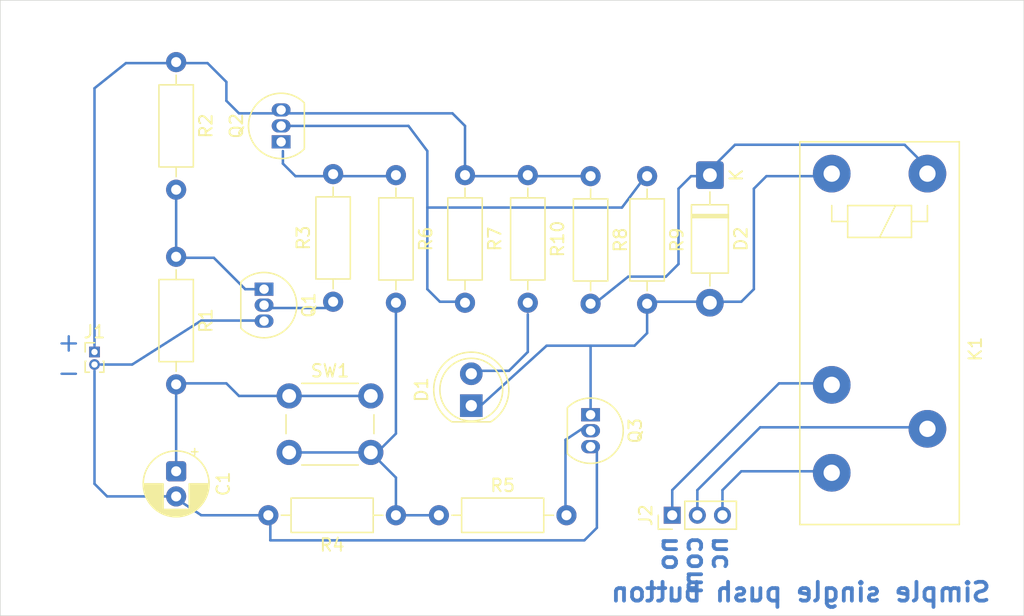
<source format=kicad_pcb>
(kicad_pcb (version 20241229) (generator "pcbnew") (generator_version "9.0")
  (layers (0 "F.Cu" signal) (2 "B.Cu" signal) (13 "F.Paste" user) (15 "B.Paste" user) (5 "F.SilkS" user "F.Silkscreen") (7 "B.SilkS" user "B.Silkscreen") (1 "F.Mask" user) (3 "B.Mask" user) (25 "Edge.Cuts" user))
  (net 0 "")
  (net 1 "GND")
  (net 2 "Net-(C1-Pad1)")
  (net 3 "Net-(D1-K)")
  (net 4 "Net-(D1-A)")
  (net 5 "Net-(D2-K)")
  (net 6 "+9V")
  (net 7 "Net-(J2-Pin_2)")
  (net 8 "Net-(J2-Pin_1)")
  (net 9 "Net-(J2-Pin_3)")
  (net 10 "Net-(Q1-C)")
  (net 11 "Net-(Q1-B)")
  (net 12 "Net-(Q2-B)")
  (net 13 "Net-(Q2-C)")
  (net 14 "Net-(Q3-B)")
  (net 15 "Net-(R4-Pad1)")
  (footprint "Resistor_THT:R_Axial_DIN0207_L6.3mm_D2.5mm_P10.16mm_Horizontal" (layer "F.Cu") (at 44 74.5 90)
    (property "Reference" "R3" (at 5.08 -2.37 90) (layer "F.SilkS"))
    (property "Value" "R")
    (fp_line (start 9.12 0) (end 8.35 0) (stroke (width 0.12)) (layer "F.SilkS"))
    (fp_line (start 1.04 0) (end 1.81 0) (stroke (width 0.12)) (layer "F.SilkS"))
    (fp_rect (start 1.81 -1.37) (end 8.35 1.37) (stroke (width 0.12)) (fill no) (layer "F.SilkS"))
    (pad "1" thru_hole circle (at 0 0 90) (size 1.6 1.6) (drill 0.8) (layers "*.Cu" "*.Mask") (net 11 "Net-(Q1-B)"))
    (pad "2" thru_hole circle (at 10.16 0 90) (size 1.6 1.6) (drill 0.8) (layers "*.Cu" "*.Mask") (net 13 "Net-(Q2-C)"))
  )
  (footprint "Resistor_THT:R_Axial_DIN0207_L6.3mm_D2.5mm_P10.16mm_Horizontal" (layer "F.Cu") (at 49 64.42 -90)
    (property "Reference" "R6" (at 5.08 -2.37 90) (layer "F.SilkS"))
    (property "Value" "R")
    (fp_line (start 1.04 0) (end 1.81 0) (stroke (width 0.12)) (layer "F.SilkS"))
    (fp_line (start 9.12 0) (end 8.35 0) (stroke (width 0.12)) (layer "F.SilkS"))
    (fp_rect (start 1.81 -1.37) (end 8.35 1.37) (stroke (width 0.12)) (fill no) (layer "F.SilkS"))
    (pad "1" thru_hole circle (at 0 0 270) (size 1.6 1.6) (drill 0.8) (layers "*.Cu" "*.Mask") (net 13 "Net-(Q2-C)"))
    (pad "2" thru_hole circle (at 10.16 0 270) (size 1.6 1.6) (drill 0.8) (layers "*.Cu" "*.Mask") (net 15 "Net-(R4-Pad1)"))
  )
  (footprint "Connector_PinHeader_2.00mm:PinHeader_1x03_P2.00mm_Vertical" (layer "F.Cu") (at 71 91.5 90)
    (property "Reference" "J2" (at 0 -2.11 90) (layer "F.SilkS"))
    (property "Value" "Conn_01x03_Pin")
    (fp_line (start -1.11 -1.11) (end 0 -1.11) (stroke (width 0.12)) (layer "F.SilkS"))
    (fp_line (start -1.11 0) (end -1.11 -1.11) (stroke (width 0.12)) (layer "F.SilkS"))
    (fp_line (start 1.11 1) (end 1.11 5.11) (stroke (width 0.12)) (layer "F.SilkS"))
    (fp_line (start -1.11 1) (end 1.11 1) (stroke (width 0.12)) (layer "F.SilkS"))
    (fp_line (start -1.11 1) (end -1.11 5.11) (stroke (width 0.12)) (layer "F.SilkS"))
    (fp_line (start -1.11 5.11) (end 1.11 5.11) (stroke (width 0.12)) (layer "F.SilkS"))
    (pad "1" thru_hole rect (at 0 0 90) (size 1.35 1.35) (drill 0.8) (layers "*.Cu" "*.Mask" "Eco2.User") (net 8 "Net-(J2-Pin_1)"))
    (pad "2" thru_hole circle (at 0 2 90) (size 1.35 1.35) (drill 0.8) (layers "*.Cu" "*.Mask") (net 7 "Net-(J2-Pin_2)"))
    (pad "3" thru_hole circle (at 0 4 90) (size 1.35 1.35) (drill 0.8) (layers "*.Cu" "*.Mask") (net 9 "Net-(J2-Pin_3)"))
  )
  (footprint "Resistor_THT:R_Axial_DIN0207_L6.3mm_D2.5mm_P10.16mm_Horizontal" (layer "F.Cu") (at 54.5 64.42 -90)
    (property "Reference" "R7" (at 5.08 -2.37 90) (layer "F.SilkS"))
    (property "Value" "R")
    (fp_line (start 1.04 0) (end 1.81 0) (stroke (width 0.12)) (layer "F.SilkS"))
    (fp_line (start 9.12 0) (end 8.35 0) (stroke (width 0.12)) (layer "F.SilkS"))
    (fp_rect (start 1.81 -1.37) (end 8.35 1.37) (stroke (width 0.12)) (fill no) (layer "F.SilkS"))
    (pad "1" thru_hole circle (at 0 0 270) (size 1.6 1.6) (drill 0.8) (layers "*.Cu" "*.Mask") (net 6 "+9V"))
    (pad "2" thru_hole circle (at 10.16 0 270) (size 1.6 1.6) (drill 0.8) (layers "*.Cu" "*.Mask") (net 12 "Net-(Q2-B)"))
  )
  (footprint "Connector_PinHeader_1.00mm:PinHeader_1x02_P1.00mm_Vertical" (layer "F.Cu") (at 25 78.5)
    (property "Reference" "J1" (at 0 -1.61 0) (layer "F.SilkS"))
    (property "Value" "Conn_01x02_Pin")
    (fp_line (start -0.745 -0.735) (end 0 -0.735) (stroke (width 0.12)) (layer "F.SilkS"))
    (fp_line (start -0.745 0) (end -0.745 -0.735) (stroke (width 0.12)) (layer "F.SilkS"))
    (fp_line (start -0.745 0.735) (end -0.745 1.61) (stroke (width 0.12)) (layer "F.SilkS"))
    (fp_line (start -0.745 0.735) (end -0.685565 0.735) (stroke (width 0.12)) (layer "F.SilkS"))
    (fp_line (start -0.745 1.61) (end -0.41003 1.61) (stroke (width 0.12)) (layer "F.SilkS"))
    (fp_line (start 0.41003 1.61) (end 0.745 1.61) (stroke (width 0.12)) (layer "F.SilkS"))
    (fp_line (start 0.685565 0.735) (end 0.745 0.735) (stroke (width 0.12)) (layer "F.SilkS"))
    (fp_line (start 0.745 0.735) (end 0.745 1.61) (stroke (width 0.12)) (layer "F.SilkS"))
    (pad "1" thru_hole rect (at 0 0) (size 0.85 0.85) (drill 0.5) (layers "*.Cu" "*.Mask") (net 6 "+9V"))
    (pad "2" thru_hole circle (at 0 1) (size 0.85 0.85) (drill 0.5) (layers "*.Cu" "*.Mask") (net 1 "GND"))
  )
  (footprint "Resistor_THT:R_Axial_DIN0207_L6.3mm_D2.5mm_P10.16mm_Horizontal" (layer "F.Cu") (at 31.5 55.42 -90)
    (property "Reference" "R2" (at 5.08 -2.37 90) (layer "F.SilkS"))
    (property "Value" "R")
    (fp_line (start 1.04 0) (end 1.81 0) (stroke (width 0.12)) (layer "F.SilkS"))
    (fp_line (start 9.12 0) (end 8.35 0) (stroke (width 0.12)) (layer "F.SilkS"))
    (fp_rect (start 1.81 -1.37) (end 8.35 1.37) (stroke (width 0.12)) (fill no) (layer "F.SilkS"))
    (pad "1" thru_hole circle (at 0 0 270) (size 1.6 1.6) (drill 0.8) (layers "*.Cu" "*.Mask") (net 6 "+9V"))
    (pad "2" thru_hole circle (at 10.16 0 270) (size 1.6 1.6) (drill 0.8) (layers "*.Cu" "*.Mask") (net 10 "Net-(Q1-C)"))
  )
  (footprint "Resistor_THT:R_Axial_DIN0207_L6.3mm_D2.5mm_P10.16mm_Horizontal" (layer "F.Cu") (at 49 91.5 180)
    (property "Reference" "R4" (at 5.08 -2.37 0) (layer "F.SilkS"))
    (property "Value" "R")
    (fp_line (start 9.12 0) (end 8.35 0) (stroke (width 0.12)) (layer "F.SilkS"))
    (fp_line (start 1.04 0) (end 1.81 0) (stroke (width 0.12)) (layer "F.SilkS"))
    (fp_rect (start 1.81 -1.37) (end 8.35 1.37) (stroke (width 0.12)) (fill no) (layer "F.SilkS"))
    (pad "1" thru_hole circle (at 0 0 180) (size 1.6 1.6) (drill 0.8) (layers "*.Cu" "*.Mask") (net 15 "Net-(R4-Pad1)"))
    (pad "2" thru_hole circle (at 10.16 0 180) (size 1.6 1.6) (drill 0.8) (layers "*.Cu" "*.Mask") (net 1 "GND"))
  )
  (footprint "LED_THT:LED_D5.0mm_Clear" (layer "F.Cu") (at 55 82.775 90)
    (property "Reference" "D1" (at 1.27 -3.96 90) (layer "F.SilkS"))
    (property "Value" "LED")
    (fp_line (start -1.29 -1.545) (end -1.29 1.545) (stroke (width 0.12)) (layer "F.SilkS"))
    (fp_arc (start -1.29 -1.54483) (mid 2.071779 -2.880495) (end 4.26 0) (stroke (width 0.12)) (layer "F.SilkS"))
    (fp_arc (start 4.26 0) (mid 2.071779 2.880495) (end -1.29 1.54483) (stroke (width 0.12)) (layer "F.SilkS"))
    (fp_circle (center 1.27 0) (end 3.77 0) (stroke (width 0.12)) (fill no) (layer "F.SilkS"))
    (pad "1" thru_hole rect (at 0 0 90) (size 1.8 1.8) (drill 0.9) (layers "*.Cu" "*.Mask") (net 3 "Net-(D1-K)"))
    (pad "2" thru_hole circle (at 2.54 0 90) (size 1.8 1.8) (drill 0.9) (layers "*.Cu" "*.Mask") (net 4 "Net-(D1-A)"))
  )
  (footprint "Resistor_THT:R_Axial_DIN0207_L6.3mm_D2.5mm_P10.16mm_Horizontal" (layer "F.Cu") (at 52.42 91.5)
    (property "Reference" "R5" (at 5.08 -2.37 0) (layer "F.SilkS"))
    (property "Value" "R")
    (fp_line (start 1.04 0) (end 1.81 0) (stroke (width 0.12)) (layer "F.SilkS"))
    (fp_line (start 9.12 0) (end 8.35 0) (stroke (width 0.12)) (layer "F.SilkS"))
    (fp_rect (start 1.81 -1.37) (end 8.35 1.37) (stroke (width 0.12)) (fill no) (layer "F.SilkS"))
    (pad "1" thru_hole circle (at 0 0) (size 1.6 1.6) (drill 0.8) (layers "*.Cu" "*.Mask") (net 15 "Net-(R4-Pad1)"))
    (pad "2" thru_hole circle (at 10.16 0) (size 1.6 1.6) (drill 0.8) (layers "*.Cu" "*.Mask") (net 14 "Net-(Q3-B)"))
  )
  (footprint "Resistor_THT:R_Axial_DIN0207_L6.3mm_D2.5mm_P10.16mm_Horizontal" (layer "F.Cu") (at 69 64.5 -90)
    (property "Reference" "R9" (at 5.08 -2.37 90) (layer "F.SilkS"))
    (property "Value" "R")
    (fp_line (start 1.04 0) (end 1.81 0) (stroke (width 0.12)) (layer "F.SilkS"))
    (fp_line (start 9.12 0) (end 8.35 0) (stroke (width 0.12)) (layer "F.SilkS"))
    (fp_rect (start 1.81 -1.37) (end 8.35 1.37) (stroke (width 0.12)) (fill no) (layer "F.SilkS"))
    (pad "1" thru_hole circle (at 0 0 270) (size 1.6 1.6) (drill 0.8) (layers "*.Cu" "*.Mask") (net 12 "Net-(Q2-B)"))
    (pad "2" thru_hole circle (at 10.16 0 270) (size 1.6 1.6) (drill 0.8) (layers "*.Cu" "*.Mask") (net 3 "Net-(D1-K)"))
  )
  (footprint "Relay_THT:Relay_SPDT_Schrack-RP-II-1-FormC_RM3.5mm" (layer "F.Cu") (at 91.32 64.3 -90)
    (property "Reference" "K1" (at 13.97 -3.81 90) (layer "F.SilkS"))
    (property "Value" "Fujitsu_FTR-LYCA005x")
    (fp_line (start -2.54 10.16) (end -2.54 -2.54) (stroke (width 0.12)) (layer "F.SilkS"))
    (fp_line (start 27.94 10.16) (end -2.54 10.16) (stroke (width 0.12)) (layer "F.SilkS"))
    (fp_line (start 3.81 7.62) (end 2.54 7.62) (stroke (width 0.12)) (layer "F.SilkS"))
    (fp_line (start 2.54 6.35) (end 2.54 1.27) (stroke (width 0.12)) (layer "F.SilkS"))
    (fp_line (start 3.81 6.35) (end 3.81 7.62) (stroke (width 0.12)) (layer "F.SilkS"))
    (fp_line (start 5.08 6.35) (end 2.54 6.35) (stroke (width 0.12)) (layer "F.SilkS"))
    (fp_line (start 2.54 2.54) (end 5.08 3.81) (stroke (width 0.12)) (layer "F.SilkS"))
    (fp_line (start 2.54 1.27) (end 3.81 1.27) (stroke (width 0.12)) (layer "F.SilkS"))
    (fp_line (start 3.81 1.27) (end 5.08 1.27) (stroke (width 0.12)) (layer "F.SilkS"))
    (fp_line (start 5.08 1.27) (end 5.08 6.35) (stroke (width 0.12)) (layer "F.SilkS"))
    (fp_line (start 2.54 0) (end 3.81 0) (stroke (width 0.12)) (layer "F.SilkS"))
    (fp_line (start 3.81 0) (end 3.81 1.27) (stroke (width 0.12)) (layer "F.SilkS"))
    (fp_line (start -2.54 -2.54) (end 27.94 -2.54) (stroke (width 0.12)) (layer "F.SilkS"))
    (fp_line (start 27.94 -2.54) (end 27.94 10.16) (stroke (width 0.12)) (layer "F.SilkS"))
    (pad "11" thru_hole circle (at 20.32 0 270) (size 3 3) (drill 1.3) (layers "*.Cu" "*.Mask") (net 7 "Net-(J2-Pin_2)"))
    (pad "12" thru_hole circle (at 16.82 7.62 270) (size 3 3) (drill 1.3) (layers "*.Cu" "*.Mask") (net 8 "Net-(J2-Pin_1)"))
    (pad "14" thru_hole circle (at 23.82 7.62 270) (size 3 3) (drill 1.3) (layers "*.Cu" "*.Mask") (net 9 "Net-(J2-Pin_3)"))
    (pad "A1" thru_hole circle (at 0 0 270) (size 3 3) (drill 1.3) (layers "*.Cu" "*.Mask") (net 5 "Net-(D2-K)"))
    (pad "A2" thru_hole circle (at 0 7.62 270) (size 3 3) (drill 1.3) (layers "*.Cu" "*.Mask") (net 3 "Net-(D1-K)"))
  )
  (footprint "Package_TO_SOT_THT:TO-92_Inline" (layer "F.Cu") (at 64.5 83.5 -90)
    (property "Reference" "Q3" (at 1.27 -3.56 90) (layer "F.SilkS"))
    (property "Value" "BC547")
    (fp_line (start -0.53 1.85) (end 3.07 1.85) (stroke (width 0.12)) (layer "F.SilkS"))
    (fp_arc (start -0.568478 1.838478) (mid -1.132087 -0.994977) (end 1.27 -2.6) (stroke (width 0.12)) (layer "F.SilkS"))
    (fp_arc (start 1.27 -2.6) (mid 3.672087 -0.994977) (end 3.108478 1.838478) (stroke (width 0.12)) (layer "F.SilkS"))
    (pad "1" thru_hole rect (at 0 0 270) (size 1.05 1.5) (drill 0.75) (layers "*.Cu" "*.Mask") (net 3 "Net-(D1-K)"))
    (pad "2" thru_hole oval (at 1.27 0 270) (size 1.05 1.5) (drill 0.75) (layers "*.Cu" "*.Mask") (net 14 "Net-(Q3-B)"))
    (pad "3" thru_hole oval (at 2.54 0 270) (size 1.05 1.5) (drill 0.75) (layers "*.Cu" "*.Mask") (net 1 "GND"))
  )
  (footprint "Button_Switch_THT:SW_PUSH_6mm_H8mm" (layer "F.Cu") (at 40.5 82)
    (property "Reference" "SW1" (at 3.25 -2 0) (layer "F.SilkS"))
    (property "Value" "SW_Push")
    (fp_line (start -0.25 1.5) (end -0.25 3) (stroke (width 0.12)) (layer "F.SilkS"))
    (fp_line (start 1 5.5) (end 5.5 5.5) (stroke (width 0.12)) (layer "F.SilkS"))
    (fp_line (start 5.5 -1) (end 1 -1) (stroke (width 0.12)) (layer "F.SilkS"))
    (fp_line (start 6.75 3) (end 6.75 1.5) (stroke (width 0.12)) (layer "F.SilkS"))
    (pad "1" thru_hole circle (at 0 0 90) (size 2 2) (drill 1.1) (layers "*.Cu" "*.Mask") (net 2 "Net-(C1-Pad1)"))
    (pad "1" thru_hole circle (at 6.5 0 90) (size 2 2) (drill 1.1) (layers "*.Cu" "*.Mask") (net 2 "Net-(C1-Pad1)"))
    (pad "2" thru_hole circle (at 0 4.5 90) (size 2 2) (drill 1.1) (layers "*.Cu" "*.Mask") (net 15 "Net-(R4-Pad1)"))
    (pad "2" thru_hole circle (at 6.5 4.5 90) (size 2 2) (drill 1.1) (layers "*.Cu" "*.Mask") (net 15 "Net-(R4-Pad1)"))
  )
  (footprint "Capacitor_THT:CP_Radial_D5.0mm_P2.00mm" (layer "F.Cu") (at 31.5 88 -90)
    (property "Reference" "C1" (at 1 -3.75 90) (layer "F.SilkS"))
    (property "Value" "C_Polarized")
    (fp_line (start 1 1.04) (end 1 2.58) (stroke (width 0.12)) (layer "F.SilkS"))
    (fp_line (start 1.04 1.04) (end 1.04 2.58) (stroke (width 0.12)) (layer "F.SilkS"))
    (fp_line (start 1.08 1.04) (end 1.08 2.579) (stroke (width 0.12)) (layer "F.SilkS"))
    (fp_line (start 1.12 1.04) (end 1.12 2.577) (stroke (width 0.12)) (layer "F.SilkS"))
    (fp_line (start 1.16 1.04) (end 1.16 2.575) (stroke (width 0.12)) (layer "F.SilkS"))
    (fp_line (start 1.2 1.04) (end 1.2 2.572) (stroke (width 0.12)) (layer "F.SilkS"))
    (fp_line (start 1.24 1.04) (end 1.24 2.569) (stroke (width 0.12)) (layer "F.SilkS"))
    (fp_line (start 1.28 1.04) (end 1.28 2.565) (stroke (width 0.12)) (layer "F.SilkS"))
    (fp_line (start 1.32 1.04) (end 1.32 2.56) (stroke (width 0.12)) (layer "F.SilkS"))
    (fp_line (start 1.36 1.04) (end 1.36 2.555) (stroke (width 0.12)) (layer "F.SilkS"))
    (fp_line (start 1.4 1.04) (end 1.4 2.549) (stroke (width 0.12)) (layer "F.SilkS"))
    (fp_line (start 1.44 1.04) (end 1.44 2.543) (stroke (width 0.12)) (layer "F.SilkS"))
    (fp_line (start 1.48 1.04) (end 1.48 2.536) (stroke (width 0.12)) (layer "F.SilkS"))
    (fp_line (start 1.52 1.04) (end 1.52 2.528) (stroke (width 0.12)) (layer "F.SilkS"))
    (fp_line (start 1.56 1.04) (end 1.56 2.519) (stroke (width 0.12)) (layer "F.SilkS"))
    (fp_line (start 1.6 1.04) (end 1.6 2.51) (stroke (width 0.12)) (layer "F.SilkS"))
    (fp_line (start 1.64 1.04) (end 1.64 2.501) (stroke (width 0.12)) (layer "F.SilkS"))
    (fp_line (start 1.68 1.04) (end 1.68 2.49) (stroke (width 0.12)) (layer "F.SilkS"))
    (fp_line (start 1.72 1.04) (end 1.72 2.479) (stroke (width 0.12)) (layer "F.SilkS"))
    (fp_line (start 1.76 1.04) (end 1.76 2.467) (stroke (width 0.12)) (layer "F.SilkS"))
    (fp_line (start 1.8 1.04) (end 1.8 2.455) (stroke (width 0.12)) (layer "F.SilkS"))
    (fp_line (start 1.84 1.04) (end 1.84 2.442) (stroke (width 0.12)) (layer "F.SilkS"))
    (fp_line (start 1.88 1.04) (end 1.88 2.428) (stroke (width 0.12)) (layer "F.SilkS"))
    (fp_line (start 1.92 1.04) (end 1.92 2.413) (stroke (width 0.12)) (layer "F.SilkS"))
    (fp_line (start 1.96 1.04) (end 1.96 2.398) (stroke (width 0.12)) (layer "F.SilkS"))
    (fp_line (start 2 1.04) (end 2 2.382) (stroke (width 0.12)) (layer "F.SilkS"))
    (fp_line (start 2.04 1.04) (end 2.04 2.365) (stroke (width 0.12)) (layer "F.SilkS"))
    (fp_line (start 2.08 1.04) (end 2.08 2.347) (stroke (width 0.12)) (layer "F.SilkS"))
    (fp_line (start 2.12 1.04) (end 2.12 2.329) (stroke (width 0.12)) (layer "F.SilkS"))
    (fp_line (start 2.16 1.04) (end 2.16 2.309) (stroke (width 0.12)) (layer "F.SilkS"))
    (fp_line (start 2.2 1.04) (end 2.2 2.289) (stroke (width 0.12)) (layer "F.SilkS"))
    (fp_line (start 2.24 1.04) (end 2.24 2.268) (stroke (width 0.12)) (layer "F.SilkS"))
    (fp_line (start 2.28 1.04) (end 2.28 2.246) (stroke (width 0.12)) (layer "F.SilkS"))
    (fp_line (start 2.32 1.04) (end 2.32 2.223) (stroke (width 0.12)) (layer "F.SilkS"))
    (fp_line (start 2.36 1.04) (end 2.36 2.199) (stroke (width 0.12)) (layer "F.SilkS"))
    (fp_line (start 2.4 1.04) (end 2.4 2.175) (stroke (width 0.12)) (layer "F.SilkS"))
    (fp_line (start 2.44 1.04) (end 2.44 2.149) (stroke (width 0.12)) (layer "F.SilkS"))
    (fp_line (start 2.48 1.04) (end 2.48 2.122) (stroke (width 0.12)) (layer "F.SilkS"))
    (fp_line (start 2.52 1.04) (end 2.52 2.094) (stroke (width 0.12)) (layer "F.SilkS"))
    (fp_line (start 2.56 1.04) (end 2.56 2.065) (stroke (width 0.12)) (layer "F.SilkS"))
    (fp_line (start 2.6 1.04) (end 2.6 2.035) (stroke (width 0.12)) (layer "F.SilkS"))
    (fp_line (start 2.64 1.04) (end 2.64 2.003) (stroke (width 0.12)) (layer "F.SilkS"))
    (fp_line (start 2.68 1.04) (end 2.68 1.97) (stroke (width 0.12)) (layer "F.SilkS"))
    (fp_line (start 2.72 1.04) (end 2.72 1.936) (stroke (width 0.12)) (layer "F.SilkS"))
    (fp_line (start 2.76 1.04) (end 2.76 1.901) (stroke (width 0.12)) (layer "F.SilkS"))
    (fp_line (start 2.8 1.04) (end 2.8 1.864) (stroke (width 0.12)) (layer "F.SilkS"))
    (fp_line (start 2.84 1.04) (end 2.84 1.825) (stroke (width 0.12)) (layer "F.SilkS"))
    (fp_line (start 2.88 1.04) (end 2.88 1.785) (stroke (width 0.12)) (layer "F.SilkS"))
    (fp_line (start 2.92 1.04) (end 2.92 1.743) (stroke (width 0.12)) (layer "F.SilkS"))
    (fp_line (start 2.96 1.04) (end 2.96 1.699) (stroke (width 0.12)) (layer "F.SilkS"))
    (fp_line (start 3 1.04) (end 3 1.652) (stroke (width 0.12)) (layer "F.SilkS"))
    (fp_line (start 3.6 -0.283) (end 3.6 0.283) (stroke (width 0.12)) (layer "F.SilkS"))
    (fp_line (start 3.56 -0.517) (end 3.56 0.517) (stroke (width 0.12)) (layer "F.SilkS"))
    (fp_line (start 3.52 -0.677) (end 3.52 0.677) (stroke (width 0.12)) (layer "F.SilkS"))
    (fp_line (start 3.48 -0.805) (end 3.48 0.805) (stroke (width 0.12)) (layer "F.SilkS"))
    (fp_line (start 3.44 -0.914) (end 3.44 0.914) (stroke (width 0.12)) (layer "F.SilkS"))
    (fp_line (start 3.4 -1.011) (end 3.4 1.011) (stroke (width 0.12)) (layer "F.SilkS"))
    (fp_line (start 3.36 -1.098) (end 3.36 1.098) (stroke (width 0.12)) (layer "F.SilkS"))
    (fp_line (start 3.32 -1.177) (end 3.32 1.177) (stroke (width 0.12)) (layer "F.SilkS"))
    (fp_line (start 3.28 -1.251) (end 3.28 1.251) (stroke (width 0.12)) (layer "F.SilkS"))
    (fp_line (start 3.24 -1.319) (end 3.24 1.319) (stroke (width 0.12)) (layer "F.SilkS"))
    (fp_line (start 3.2 -1.383) (end 3.2 1.383) (stroke (width 0.12)) (layer "F.SilkS"))
    (fp_line (start 3.16 -1.443) (end 3.16 1.443) (stroke (width 0.12)) (layer "F.SilkS"))
    (fp_line (start -1.804775 -1.475) (end -1.304775 -1.475) (stroke (width 0.12)) (layer "F.SilkS"))
    (fp_line (start 3.12 -1.499) (end 3.12 1.499) (stroke (width 0.12)) (layer "F.SilkS"))
    (fp_line (start 3.08 -1.553) (end 3.08 1.553) (stroke (width 0.12)) (layer "F.SilkS"))
    (fp_line (start 3.04 -1.604) (end 3.04 1.604) (stroke (width 0.12)) (layer "F.SilkS"))
    (fp_line (start 3 -1.652) (end 3 -1.04) (stroke (width 0.12)) (layer "F.SilkS"))
    (fp_line (start 2.96 -1.699) (end 2.96 -1.04) (stroke (width 0.12)) (layer "F.SilkS"))
    (fp_line (start -1.554775 -1.725) (end -1.554775 -1.225) (stroke (width 0.12)) (layer "F.SilkS"))
    (fp_line (start 2.92 -1.743) (end 2.92 -1.04) (stroke (width 0.12)) (layer "F.SilkS"))
    (fp_line (start 2.88 -1.785) (end 2.88 -1.04) (stroke (width 0.12)) (layer "F.SilkS"))
    (fp_line (start 2.84 -1.825) (end 2.84 -1.04) (stroke (width 0.12)) (layer "F.SilkS"))
    (fp_line (start 2.8 -1.864) (end 2.8 -1.04) (stroke (width 0.12)) (layer "F.SilkS"))
    (fp_line (start 2.76 -1.901) (end 2.76 -1.04) (stroke (width 0.12)) (layer "F.SilkS"))
    (fp_line (start 2.72 -1.936) (end 2.72 -1.04) (stroke (width 0.12)) (layer "F.SilkS"))
    (fp_line (start 2.68 -1.97) (end 2.68 -1.04) (stroke (width 0.12)) (layer "F.SilkS"))
    (fp_line (start 2.64 -2.003) (end 2.64 -1.04) (stroke (width 0.12)) (layer "F.SilkS"))
    (fp_line (start 2.6 -2.035) (end 2.6 -1.04) (stroke (width 0.12)) (layer "F.SilkS"))
    (fp_line (start 2.56 -2.065) (end 2.56 -1.04) (stroke (width 0.12)) (layer "F.SilkS"))
    (fp_line (start 2.52 -2.094) (end 2.52 -1.04) (stroke (width 0.12)) (layer "F.SilkS"))
    (fp_line (start 2.48 -2.122) (end 2.48 -1.04) (stroke (width 0.12)) (layer "F.SilkS"))
    (fp_line (start 2.44 -2.149) (end 2.44 -1.04) (stroke (width 0.12)) (layer "F.SilkS"))
    (fp_line (start 2.4 -2.175) (end 2.4 -1.04) (stroke (width 0.12)) (layer "F.SilkS"))
    (fp_line (start 2.36 -2.199) (end 2.36 -1.04) (stroke (width 0.12)) (layer "F.SilkS"))
    (fp_line (start 2.32 -2.223) (end 2.32 -1.04) (stroke (width 0.12)) (layer "F.SilkS"))
    (fp_line (start 2.28 -2.246) (end 2.28 -1.04) (stroke (width 0.12)) (layer "F.SilkS"))
    (fp_line (start 2.24 -2.268) (end 2.24 -1.04) (stroke (width 0.12)) (layer "F.SilkS"))
    (fp_line (start 2.2 -2.289) (end 2.2 -1.04) (stroke (width 0.12)) (layer "F.SilkS"))
    (fp_line (start 2.16 -2.309) (end 2.16 -1.04) (stroke (width 0.12)) (layer "F.SilkS"))
    (fp_line (start 2.12 -2.329) (end 2.12 -1.04) (stroke (width 0.12)) (layer "F.SilkS"))
    (fp_line (start 2.08 -2.347) (end 2.08 -1.04) (stroke (width 0.12)) (layer "F.SilkS"))
    (fp_line (start 2.04 -2.365) (end 2.04 -1.04) (stroke (width 0.12)) (layer "F.SilkS"))
    (fp_line (start 2 -2.382) (end 2 -1.04) (stroke (width 0.12)) (layer "F.SilkS"))
    (fp_line (start 1.96 -2.398) (end 1.96 -1.04) (stroke (width 0.12)) (layer "F.SilkS"))
    (fp_line (start 1.92 -2.413) (end 1.92 -1.04) (stroke (width 0.12)) (layer "F.SilkS"))
    (fp_line (start 1.88 -2.428) (end 1.88 -1.04) (stroke (width 0.12)) (layer "F.SilkS"))
    (fp_line (start 1.84 -2.442) (end 1.84 -1.04) (stroke (width 0.12)) (layer "F.SilkS"))
    (fp_line (start 1.8 -2.455) (end 1.8 -1.04) (stroke (width 0.12)) (layer "F.SilkS"))
    (fp_line (start 1.76 -2.467) (end 1.76 -1.04) (stroke (width 0.12)) (layer "F.SilkS"))
    (fp_line (start 1.72 -2.479) (end 1.72 -1.04) (stroke (width 0.12)) (layer "F.SilkS"))
    (fp_line (start 1.68 -2.49) (end 1.68 -1.04) (stroke (width 0.12)) (layer "F.SilkS"))
    (fp_line (start 1.64 -2.501) (end 1.64 -1.04) (stroke (width 0.12)) (layer "F.SilkS"))
    (fp_line (start 1.6 -2.51) (end 1.6 -1.04) (stroke (width 0.12)) (layer "F.SilkS"))
    (fp_line (start 1.56 -2.519) (end 1.56 -1.04) (stroke (width 0.12)) (layer "F.SilkS"))
    (fp_line (start 1.52 -2.528) (end 1.52 -1.04) (stroke (width 0.12)) (layer "F.SilkS"))
    (fp_line (start 1.48 -2.536) (end 1.48 -1.04) (stroke (width 0.12)) (layer "F.SilkS"))
    (fp_line (start 1.44 -2.543) (end 1.44 -1.04) (stroke (width 0.12)) (layer "F.SilkS"))
    (fp_line (start 1.4 -2.549) (end 1.4 -1.04) (stroke (width 0.12)) (layer "F.SilkS"))
    (fp_line (start 1.36 -2.555) (end 1.36 -1.04) (stroke (width 0.12)) (layer "F.SilkS"))
    (fp_line (start 1.32 -2.56) (end 1.32 -1.04) (stroke (width 0.12)) (layer "F.SilkS"))
    (fp_line (start 1.28 -2.565) (end 1.28 -1.04) (stroke (width 0.12)) (layer "F.SilkS"))
    (fp_line (start 1.24 -2.569) (end 1.24 -1.04) (stroke (width 0.12)) (layer "F.SilkS"))
    (fp_line (start 1.2 -2.572) (end 1.2 -1.04) (stroke (width 0.12)) (layer "F.SilkS"))
    (fp_line (start 1.16 -2.575) (end 1.16 -1.04) (stroke (width 0.12)) (layer "F.SilkS"))
    (fp_line (start 1.12 -2.577) (end 1.12 -1.04) (stroke (width 0.12)) (layer "F.SilkS"))
    (fp_line (start 1.08 -2.579) (end 1.08 -1.04) (stroke (width 0.12)) (layer "F.SilkS"))
    (fp_line (start 1 -2.58) (end 1 -1.04) (stroke (width 0.12)) (layer "F.SilkS"))
    (fp_line (start 1.04 -2.58) (end 1.04 -1.04) (stroke (width 0.12)) (layer "F.SilkS"))
    (fp_circle (center 1 0) (end 3.62 0) (stroke (width 0.12)) (fill no) (layer "F.SilkS"))
    (pad "1" thru_hole roundrect (at 0 0 270) (size 1.6 1.6) (drill 0.8) (layers "*.Cu" "*.Mask") (roundrect_rratio 0.15625) (net 2 "Net-(C1-Pad1)"))
    (pad "2" thru_hole circle (at 2 0 270) (size 1.6 1.6) (drill 0.8) (layers "*.Cu" "*.Mask") (net 1 "GND"))
  )
  (footprint "Package_TO_SOT_THT:TO-92_Inline" (layer "F.Cu") (at 38.5 73.5 -90)
    (property "Reference" "Q1" (at 1.27 -3.56 90) (layer "F.SilkS"))
    (property "Value" "BC547")
    (fp_line (start -0.53 1.85) (end 3.07 1.85) (stroke (width 0.12)) (layer "F.SilkS"))
    (fp_arc (start -0.568478 1.838478) (mid -1.132087 -0.994977) (end 1.27 -2.6) (stroke (width 0.12)) (layer "F.SilkS"))
    (fp_arc (start 1.27 -2.6) (mid 3.672087 -0.994977) (end 3.108478 1.838478) (stroke (width 0.12)) (layer "F.SilkS"))
    (pad "1" thru_hole rect (at 0 0 270) (size 1.05 1.5) (drill 0.75) (layers "*.Cu" "*.Mask") (net 10 "Net-(Q1-C)"))
    (pad "2" thru_hole oval (at 1.27 0 270) (size 1.05 1.5) (drill 0.75) (layers "*.Cu" "*.Mask") (net 11 "Net-(Q1-B)"))
    (pad "3" thru_hole oval (at 2.54 0 270) (size 1.05 1.5) (drill 0.75) (layers "*.Cu" "*.Mask") (net 1 "GND"))
  )
  (footprint "Resistor_THT:R_Axial_DIN0207_L6.3mm_D2.5mm_P10.16mm_Horizontal" (layer "F.Cu") (at 59.5 64.42 -90)
    (property "Reference" "R10" (at 5.08 -2.37 90) (layer "F.SilkS"))
    (property "Value" "R")
    (fp_line (start 1.04 0) (end 1.81 0) (stroke (width 0.12)) (layer "F.SilkS"))
    (fp_line (start 9.12 0) (end 8.35 0) (stroke (width 0.12)) (layer "F.SilkS"))
    (fp_rect (start 1.81 -1.37) (end 8.35 1.37) (stroke (width 0.12)) (fill no) (layer "F.SilkS"))
    (pad "1" thru_hole circle (at 0 0 270) (size 1.6 1.6) (drill 0.8) (layers "*.Cu" "*.Mask") (net 6 "+9V"))
    (pad "2" thru_hole circle (at 10.16 0 270) (size 1.6 1.6) (drill 0.8) (layers "*.Cu" "*.Mask") (net 4 "Net-(D1-A)"))
  )
  (footprint "Diode_THT:D_DO-41_SOD81_P10.16mm_Horizontal" (layer "F.Cu") (at 74 64.42 -90)
    (property "Reference" "D2" (at 5.08 -2.47 90) (layer "F.SilkS"))
    (property "Value" "1N4007")
    (fp_line (start 1.34 0) (end 2.36 0) (stroke (width 0.12)) (layer "F.SilkS"))
    (fp_line (start 8.82 0) (end 7.8 0) (stroke (width 0.12)) (layer "F.SilkS"))
    (fp_line (start 3.14 -1.47) (end 3.14 1.47) (stroke (width 0.12)) (layer "F.SilkS"))
    (fp_line (start 3.26 -1.47) (end 3.26 1.47) (stroke (width 0.12)) (layer "F.SilkS"))
    (fp_line (start 3.38 -1.47) (end 3.38 1.47) (stroke (width 0.12)) (layer "F.SilkS"))
    (fp_rect (start 2.36 -1.47) (end 7.8 1.47) (stroke (width 0.12)) (fill no) (layer "F.SilkS"))
    (fp_text user "K" (at 0 -2.1 90) (layer "F.SilkS"))
    (pad "1" thru_hole roundrect (at 0 0 270) (size 2.2 2.2) (drill 1.1) (layers "*.Cu" "*.Mask") (roundrect_rratio 0.113636) (net 5 "Net-(D2-K)"))
    (pad "2" thru_hole circle (at 10.16 0 270) (size 2.2 2.2) (drill 1.1) (layers "*.Cu" "*.Mask") (net 3 "Net-(D1-K)"))
  )
  (footprint "Package_TO_SOT_THT:TO-92_Inline" (layer "F.Cu") (at 39.86 61.77 90)
    (property "Reference" "Q2" (at 1.27 -3.56 90) (layer "F.SilkS"))
    (property "Value" "BC557")
    (fp_line (start -0.53 1.85) (end 3.07 1.85) (stroke (width 0.12)) (layer "F.SilkS"))
    (fp_arc (start 1.27 -2.6) (mid 3.672087 -0.994977) (end 3.108478 1.838478) (stroke (width 0.12)) (layer "F.SilkS"))
    (fp_arc (start -0.568478 1.838478) (mid -1.132087 -0.994977) (end 1.27 -2.6) (stroke (width 0.12)) (layer "F.SilkS"))
    (pad "1" thru_hole rect (at 0 0 90) (size 1.05 1.5) (drill 0.75) (layers "*.Cu" "*.Mask") (net 13 "Net-(Q2-C)"))
    (pad "2" thru_hole oval (at 1.27 0 90) (size 1.05 1.5) (drill 0.75) (layers "*.Cu" "*.Mask") (net 12 "Net-(Q2-B)"))
    (pad "3" thru_hole oval (at 2.54 0 90) (size 1.05 1.5) (drill 0.75) (layers "*.Cu" "*.Mask") (net 6 "+9V"))
  )
  (footprint "Resistor_THT:R_Axial_DIN0207_L6.3mm_D2.5mm_P10.16mm_Horizontal" (layer "F.Cu") (at 31.5 70.92 -90)
    (property "Reference" "R1" (at 5.08 -2.37 90) (layer "F.SilkS"))
    (property "Value" "R")
    (fp_line (start 1.04 0) (end 1.81 0) (stroke (width 0.12)) (layer "F.SilkS"))
    (fp_line (start 9.12 0) (end 8.35 0) (stroke (width 0.12)) (layer "F.SilkS"))
    (fp_rect (start 1.81 -1.37) (end 8.35 1.37) (stroke (width 0.12)) (fill no) (layer "F.SilkS"))
    (pad "1" thru_hole circle (at 0 0 270) (size 1.6 1.6) (drill 0.8) (layers "*.Cu" "*.Mask") (net 10 "Net-(Q1-C)"))
    (pad "2" thru_hole circle (at 10.16 0 270) (size 1.6 1.6) (drill 0.8) (layers "*.Cu" "*.Mask") (net 2 "Net-(C1-Pad1)"))
  )
  (footprint "Resistor_THT:R_Axial_DIN0207_L6.3mm_D2.5mm_P10.16mm_Horizontal" (layer "F.Cu") (at 64.5 64.5 -90)
    (property "Reference" "R8" (at 5.08 -2.37 90) (layer "F.SilkS"))
    (property "Value" "R")
    (fp_line (start 1.04 0) (end 1.81 0) (stroke (width 0.12)) (layer "F.SilkS"))
    (fp_line (start 9.12 0) (end 8.35 0) (stroke (width 0.12)) (layer "F.SilkS"))
    (fp_rect (start 1.81 -1.37) (end 8.35 1.37) (stroke (width 0.12)) (fill no) (layer "F.SilkS"))
    (pad "1" thru_hole circle (at 0 0 270) (size 1.6 1.6) (drill 0.8) (layers "*.Cu" "*.Mask") (net 6 "+9V"))
    (pad "2" thru_hole circle (at 10.16 0 270) (size 1.6 1.6) (drill 0.8) (layers "*.Cu" "*.Mask") (net 5 "Net-(D2-K)"))
  )
  (gr_line (start 40.5 60.5) (end 50 60.5) (stroke (width 0.2)) (layer "B.Cu") (net 12))
  (gr_line (start 49.5 91.5) (end 52 91.5) (stroke (width 0.2)) (layer "B.Cu") (net 15))
  (gr_line (start 40 62.5) (end 40 63.5) (stroke (width 0.2)) (layer "B.Cu") (net 13))
  (gr_line (start 41 64.5) (end 43.5 64.5) (stroke (width 0.2)) (layer "B.Cu") (net 13))
  (gr_line (start 55 64.5) (end 59 64.5) (stroke (width 0.2)) (layer "B.Cu") (net 6))
  (gr_line (start 76 62) (end 89.5 62) (stroke (width 0.2)) (layer "B.Cu") (net 5))
  (gr_line (start 89.5 62) (end 90.5 63) (stroke (width 0.2)) (layer "B.Cu") (net 5))
  (gr_line (start 75 74.5) (end 76.5 74.5) (stroke (width 0.2)) (layer "B.Cu") (net 3))
  (gr_line (start 74.5 63.5) (end 76 62) (stroke (width 0.2)) (layer "B.Cu") (net 5))
  (gr_line (start 75 89.5) (end 75 91) (stroke (width 0.2)) (layer "B.Cu") (net 9))
  (gr_line (start 59.5 75.5) (end 59.5 78.5) (stroke (width 0.2)) (layer "B.Cu") (net 4))
  (gr_line (start 64 93.5) (end 65 92.5) (stroke (width 0.2)) (layer "B.Cu") (net 1))
  (gr_line (start 34 55.5) (end 35.5 57) (stroke (width 0.2)) (layer "B.Cu") (net 6))
  (gr_line (start 60 64.5) (end 64 64.5) (stroke (width 0.2)) (layer "B.Cu") (net 6))
  (gr_line (start 69.5 74.5) (end 73.5 74.5) (stroke (width 0.2)) (layer "B.Cu") (net 3))
  (gr_line (start 73 91) (end 73 89.5) (stroke (width 0.2)) (layer "B.Cu") (net 7))
  (gr_line (start 33.5 91.5) (end 32 90.5) (stroke (width 0.2)) (layer "B.Cu") (net 1))
  (gr_line (start 35.5 81) (end 32 81) (stroke (width 0.2)) (layer "B.Cu") (net 2))
  (gr_line (start 26 90) (end 31 90) (stroke (width 0.2)) (layer "B.Cu") (net 1))
  (gr_line (start 69 75.5) (end 69 77) (stroke (width 0.2)) (layer "B.Cu") (net 3))
  (gr_line (start 38.5 91.5) (end 33.5 91.5) (stroke (width 0.2)) (layer "B.Cu") (net 1))
  (gr_line (start 27.5 55.5) (end 25 57.5) (stroke (width 0.2)) (layer "B.Cu") (net 6))
  (gr_line (start 77.5 65.5) (end 78.5 64.5) (stroke (width 0.2)) (layer "B.Cu") (net 3))
  (gr_line (start 25 80) (end 25 89) (stroke (width 0.2)) (layer "B.Cu") (net 1))
  (gr_line (start 40 63.5) (end 41 64.5) (stroke (width 0.2)) (layer "B.Cu") (net 13))
  (gr_line (start 34.5 71) (end 37 73.5) (stroke (width 0.2)) (layer "B.Cu") (net 10))
  (gr_line (start 65 74.5) (end 67.5 72.5) (stroke (width 0.2)) (layer "B.Cu") (net 5))
  (gr_line (start 35.5 58.5) (end 36.5 59.5) (stroke (width 0.2)) (layer "B.Cu") (net 6))
  (gr_line (start 73 89.5) (end 78 84.5) (stroke (width 0.2)) (layer "B.Cu") (net 7))
  (gr_line (start 31.5 81.5) (end 31.5 87.5) (stroke (width 0.2)) (layer "B.Cu") (net 2))
  (gr_line (start 39 91.5) (end 39 93.5) (stroke (width 0.2)) (layer "B.Cu") (net 1))
  (gr_line (start 79.5 81) (end 82.5 81) (stroke (width 0.2)) (layer "B.Cu") (net 8))
  (gr_line (start 53.5 74.5) (end 54 74.5) (stroke (width 0.2)) (layer "B.Cu") (net 12))
  (gr_line (start 61 78) (end 55.5 83) (stroke (width 0.2)) (layer "B.Cu") (net 3))
  (gr_line (start 39 75) (end 43.5 75) (stroke (width 0.2)) (layer "B.Cu") (net 11))
  (gr_line (start 40.5 59.5) (end 53.5 59.5) (stroke (width 0.2)) (layer "B.Cu") (net 6))
  (gr_line (start 51.5 73.5) (end 52.5 74.5) (stroke (width 0.2)) (layer "B.Cu") (net 12))
  (gr_line (start 25 78) (end 25 57.5) (stroke (width 0.2)) (layer "B.Cu") (net 6))
  (gr_line (start 67.5 72.5) (end 70.5 72.5) (stroke (width 0.2)) (layer "B.Cu") (net 5))
  (gr_line (start 64.5 83) (end 64.5 78) (stroke (width 0.2)) (layer "B.Cu") (net 3))
  (gr_line (start 33.5 76) (end 38 76) (stroke (width 0.2)) (layer "B.Cu") (net 1))
  (gr_line (start 71.5 65.5) (end 72.5 64.5) (stroke (width 0.2)) (layer "B.Cu") (net 5))
  (gr_line (start 70.5 72.5) (end 71.5 71.5) (stroke (width 0.2)) (layer "B.Cu") (net 5))
  (gr_line (start 68.5 65) (end 67 67) (stroke (width 0.2)) (layer "B.Cu") (net 12))
  (gr_line (start 71 91) (end 71 89.5) (stroke (width 0.2)) (layer "B.Cu") (net 8))
  (gr_line (start 78 84.5) (end 90 84.5) (stroke (width 0.2)) (layer "B.Cu") (net 7))
  (gr_line (start 71 89.5) (end 79.5 81) (stroke (width 0.2)) (layer "B.Cu") (net 8))
  (gr_line (start 32 55.5) (end 34 55.5) (stroke (width 0.2)) (layer "B.Cu") (net 6))
  (gr_line (start 28 79.5) (end 33.5 76) (stroke (width 0.2)) (layer "B.Cu") (net 1))
  (gr_line (start 67 67) (end 51.5 67) (stroke (width 0.2)) (layer "B.Cu") (net 12))
  (gr_line (start 76.5 88) (end 75 89.5) (stroke (width 0.2)) (layer "B.Cu") (net 9))
  (gr_line (start 49 85) (end 47.5 86.5) (stroke (width 0.2)) (layer "B.Cu") (net 15))
  (gr_line (start 32 71) (end 34.5 71) (stroke (width 0.2)) (layer "B.Cu") (net 10))
  (gr_line (start 41.5 86.5) (end 46.5 86.5) (stroke (width 0.2)) (layer "B.Cu") (net 15))
  (gr_line (start 36.5 82) (end 35.5 81) (stroke (width 0.2)) (layer "B.Cu") (net 2))
  (gr_line (start 51.5 62.5) (end 51.5 73.5) (stroke (width 0.2)) (layer "B.Cu") (net 12))
  (gr_line (start 37 73.5) (end 38 73.5) (stroke (width 0.2)) (layer "B.Cu") (net 10))
  (gr_line (start 82.5 88) (end 76.5 88) (stroke (width 0.2)) (layer "B.Cu") (net 9))
  (gr_line (start 65 92.5) (end 65 86) (stroke (width 0.2)) (layer "B.Cu") (net 1))
  (gr_line (start 68 78) (end 61 78) (stroke (width 0.2)) (layer "B.Cu") (net 3))
  (gr_line (start 25 89) (end 26 90) (stroke (width 0.2)) (layer "B.Cu") (net 1))
  (gr_line (start 49 75) (end 49 85) (stroke (width 0.2)) (layer "B.Cu") (net 15))
  (gr_line (start 62.5 91) (end 62.5 85.5) (stroke (width 0.2)) (layer "B.Cu") (net 14))
  (gr_line (start 59.5 78.5) (end 58 80) (stroke (width 0.2)) (layer "B.Cu") (net 4))
  (gr_line (start 25.5 79.5) (end 28 79.5) (stroke (width 0.2)) (layer "B.Cu") (net 1))
  (gr_line (start 31.5 66) (end 31.5 70.5) (stroke (width 0.2)) (layer "B.Cu") (net 10))
  (gr_line (start 35.5 57) (end 35.5 58.5) (stroke (width 0.2)) (layer "B.Cu") (net 6))
  (gr_line (start 36.5 59.5) (end 39.5 59.5) (stroke (width 0.2)) (layer "B.Cu") (net 6))
  (gr_line (start 53.5 59.5) (end 54.5 60.5) (stroke (width 0.2)) (layer "B.Cu") (net 6))
  (gr_line (start 76.5 74.5) (end 77.5 73.5) (stroke (width 0.2)) (layer "B.Cu") (net 3))
  (gr_line (start 48.5 64.5) (end 44.5 64.5) (stroke (width 0.2)) (layer "B.Cu") (net 13))
  (gr_line (start 58 80) (end 55.5 80) (stroke (width 0.2)) (layer "B.Cu") (net 4))
  (gr_line (start 69 77) (end 68 78) (stroke (width 0.2)) (layer "B.Cu") (net 3))
  (gr_line (start 40 82) (end 36.5 82) (stroke (width 0.2)) (layer "B.Cu") (net 2))
  (gr_line (start 72.5 64.5) (end 73.5 64.5) (stroke (width 0.2)) (layer "B.Cu") (net 5))
  (gr_line (start 52.5 74.5) (end 53.5 74.5) (stroke (width 0.2)) (layer "B.Cu") (net 12))
  (gr_line (start 49 88.5) (end 49 91) (stroke (width 0.2)) (layer "B.Cu") (net 15))
  (gr_line (start 71.5 71.5) (end 71.5 65.5) (stroke (width 0.2)) (layer "B.Cu") (net 5))
  (gr_line (start 39 93.5) (end 64 93.5) (stroke (width 0.2)) (layer "B.Cu") (net 1))
  (gr_line (start 77.5 73.5) (end 77.5 65.5) (stroke (width 0.2)) (layer "B.Cu") (net 3))
  (gr_line (start 50 60.5) (end 51.5 62.5) (stroke (width 0.2)) (layer "B.Cu") (net 12))
  (gr_line (start 54.5 60.5) (end 54.5 64) (stroke (width 0.2)) (layer "B.Cu") (net 6))
  (gr_line (start 62.5 85.5) (end 64 84.5) (stroke (width 0.2)) (layer "B.Cu") (net 14))
  (gr_line (start 78.5 64.5) (end 82.5 64.5) (stroke (width 0.2)) (layer "B.Cu") (net 3))
  (gr_line (start 47.5 87) (end 49 88.5) (stroke (width 0.2)) (layer "B.Cu") (net 15))
  (gr_line (start 41.5 82) (end 46.5 82) (stroke (width 0.2)) (layer "B.Cu") (net 2))
  (gr_line (start 31.5 55.5) (end 27.5 55.5) (stroke (width 0.2)) (layer "B.Cu") (net 6))
  (gr_rect (start 17.5 50.5) (end 99 99.5) (stroke (width 0.05)) (fill no) (layer "Edge.Cuts"))
  (gr_text "+\n-" (at 24 81 0) (layer "B.Cu") (effects (font (size 1.5 1.5) (thickness 0.1875)) (justify left bottom mirror)))
  (gr_text "nc" (at 75.5 93 90) (layer "B.Cu") (effects (font (size 1.5 1.5) (thickness 0.3) (bold yes)) (justify left bottom mirror)))
  (gr_text "no" (at 71.5 93 90) (layer "B.Cu") (effects (font (size 1.5 1.5) (thickness 0.3) (bold yes)) (justify left bottom mirror)))
  (gr_text "com\n" (at 73.5 93 90) (layer "B.Cu") (effects (font (size 1.5 1.5) (thickness 0.3) (bold yes)) (justify left bottom mirror)))
  (gr_text "Simple single push button" (at 96.5 98.5 0) (layer "B.Cu") (effects (font (size 1.5 1.5) (thickness 0.3) (bold yes)) (justify left bottom mirror)))
)
</source>
